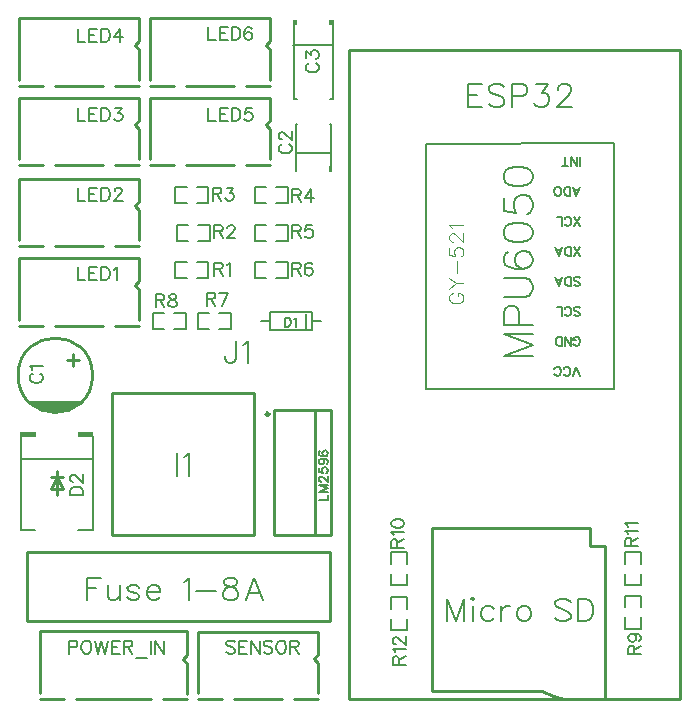
<source format=gto>
G04 Layer: TopSilkscreenLayer*
G04 EasyEDA v6.5.5, 2022-06-21 14:44:54*
G04 7803e98a07e24d43aec7228dd6304fe2,95753c6d73fd445989ad8f01ddeeb764,10*
G04 Gerber Generator version 0.2*
G04 Scale: 100 percent, Rotated: No, Reflected: No *
G04 Dimensions in millimeters *
G04 leading zeros omitted , absolute positions ,4 integer and 5 decimal *
%FSLAX45Y45*%
%MOMM*%

%ADD10C,0.2540*%
%ADD36C,0.1524*%
%ADD37C,0.2581*%
%ADD38C,0.1270*%
%ADD39C,0.2032*%
%ADD40C,0.1520*%
%ADD41C,0.1016*%

%LPD*%
D39*
X4635500Y15241778D02*
G01*
X4635500Y15047976D01*
X4635500Y15241778D02*
G01*
X4755641Y15241778D01*
X4635500Y15149576D02*
G01*
X4709413Y15149576D01*
X4635500Y15047976D02*
G01*
X4755641Y15047976D01*
X4945888Y15214092D02*
G01*
X4927345Y15232634D01*
X4899659Y15241778D01*
X4862829Y15241778D01*
X4834890Y15232634D01*
X4816602Y15214092D01*
X4816602Y15195550D01*
X4825745Y15177262D01*
X4834890Y15167863D01*
X4853431Y15158720D01*
X4908804Y15140178D01*
X4927345Y15131034D01*
X4936490Y15121889D01*
X4945888Y15103347D01*
X4945888Y15075662D01*
X4927345Y15057120D01*
X4899659Y15047976D01*
X4862829Y15047976D01*
X4834890Y15057120D01*
X4816602Y15075662D01*
X5006847Y15241778D02*
G01*
X5006847Y15047976D01*
X5006847Y15241778D02*
G01*
X5089906Y15241778D01*
X5117591Y15232634D01*
X5126990Y15223489D01*
X5136134Y15204947D01*
X5136134Y15177262D01*
X5126990Y15158720D01*
X5117591Y15149576D01*
X5089906Y15140178D01*
X5006847Y15140178D01*
X5215636Y15241778D02*
G01*
X5317236Y15241778D01*
X5261609Y15167863D01*
X5289550Y15167863D01*
X5307838Y15158720D01*
X5317236Y15149576D01*
X5326379Y15121889D01*
X5326379Y15103347D01*
X5317236Y15075662D01*
X5298693Y15057120D01*
X5271008Y15047976D01*
X5243322Y15047976D01*
X5215636Y15057120D01*
X5206238Y15066263D01*
X5197093Y15084805D01*
X5396484Y15195550D02*
G01*
X5396484Y15204947D01*
X5405881Y15223489D01*
X5415025Y15232634D01*
X5433568Y15241778D01*
X5470397Y15241778D01*
X5488940Y15232634D01*
X5498084Y15223489D01*
X5507481Y15204947D01*
X5507481Y15186405D01*
X5498084Y15167863D01*
X5479795Y15140178D01*
X5387340Y15047976D01*
X5516625Y15047976D01*
X4457700Y10885678D02*
G01*
X4457700Y10691876D01*
X4457700Y10885678D02*
G01*
X4531613Y10691876D01*
X4605527Y10885678D02*
G01*
X4531613Y10691876D01*
X4605527Y10885678D02*
G01*
X4605527Y10691876D01*
X4666488Y10885678D02*
G01*
X4675631Y10876534D01*
X4685029Y10885678D01*
X4675631Y10895076D01*
X4666488Y10885678D01*
X4675631Y10821162D02*
G01*
X4675631Y10691876D01*
X4856734Y10793476D02*
G01*
X4838191Y10811763D01*
X4819650Y10821162D01*
X4791963Y10821162D01*
X4773675Y10811763D01*
X4755134Y10793476D01*
X4745990Y10765789D01*
X4745990Y10747247D01*
X4755134Y10719562D01*
X4773675Y10701020D01*
X4791963Y10691876D01*
X4819650Y10691876D01*
X4838191Y10701020D01*
X4856734Y10719562D01*
X4917693Y10821162D02*
G01*
X4917693Y10691876D01*
X4917693Y10765789D02*
G01*
X4926838Y10793476D01*
X4945379Y10811763D01*
X4963922Y10821162D01*
X4991608Y10821162D01*
X5098795Y10821162D02*
G01*
X5080254Y10811763D01*
X5061711Y10793476D01*
X5052568Y10765789D01*
X5052568Y10747247D01*
X5061711Y10719562D01*
X5080254Y10701020D01*
X5098795Y10691876D01*
X5126481Y10691876D01*
X5144770Y10701020D01*
X5163311Y10719562D01*
X5172709Y10747247D01*
X5172709Y10765789D01*
X5163311Y10793476D01*
X5144770Y10811763D01*
X5126481Y10821162D01*
X5098795Y10821162D01*
X5505195Y10857992D02*
G01*
X5486654Y10876534D01*
X5458968Y10885678D01*
X5421884Y10885678D01*
X5394197Y10876534D01*
X5375909Y10857992D01*
X5375909Y10839450D01*
X5385054Y10821162D01*
X5394197Y10811763D01*
X5412740Y10802620D01*
X5468111Y10784078D01*
X5486654Y10774934D01*
X5495797Y10765789D01*
X5505195Y10747247D01*
X5505195Y10719562D01*
X5486654Y10701020D01*
X5458968Y10691876D01*
X5421884Y10691876D01*
X5394197Y10701020D01*
X5375909Y10719562D01*
X5566156Y10885678D02*
G01*
X5566156Y10691876D01*
X5566156Y10885678D02*
G01*
X5630672Y10885678D01*
X5658358Y10876534D01*
X5676900Y10857992D01*
X5686043Y10839450D01*
X5695441Y10811763D01*
X5695441Y10765789D01*
X5686043Y10737850D01*
X5676900Y10719562D01*
X5658358Y10701020D01*
X5630672Y10691876D01*
X5566156Y10691876D01*
X1409700Y11063478D02*
G01*
X1409700Y10869676D01*
X1409700Y11063478D02*
G01*
X1529842Y11063478D01*
X1409700Y10971276D02*
G01*
X1483613Y10971276D01*
X1590802Y10998962D02*
G01*
X1590802Y10906505D01*
X1599945Y10878820D01*
X1618487Y10869676D01*
X1646173Y10869676D01*
X1664715Y10878820D01*
X1692402Y10906505D01*
X1692402Y10998962D02*
G01*
X1692402Y10869676D01*
X1854962Y10971276D02*
G01*
X1845563Y10989563D01*
X1817878Y10998962D01*
X1790192Y10998962D01*
X1762505Y10989563D01*
X1753362Y10971276D01*
X1762505Y10952734D01*
X1781047Y10943589D01*
X1827276Y10934192D01*
X1845563Y10925047D01*
X1854962Y10906505D01*
X1854962Y10897362D01*
X1845563Y10878820D01*
X1817878Y10869676D01*
X1790192Y10869676D01*
X1762505Y10878820D01*
X1753362Y10897362D01*
X1915921Y10943589D02*
G01*
X2026665Y10943589D01*
X2026665Y10961878D01*
X2017522Y10980420D01*
X2008124Y10989563D01*
X1989836Y10998962D01*
X1962150Y10998962D01*
X1943608Y10989563D01*
X1925065Y10971276D01*
X1915921Y10943589D01*
X1915921Y10925047D01*
X1925065Y10897362D01*
X1943608Y10878820D01*
X1962150Y10869676D01*
X1989836Y10869676D01*
X2008124Y10878820D01*
X2026665Y10897362D01*
X2229865Y11026647D02*
G01*
X2248408Y11035792D01*
X2276093Y11063478D01*
X2276093Y10869676D01*
X2337054Y10952734D02*
G01*
X2503170Y10952734D01*
X2610358Y11063478D02*
G01*
X2582672Y11054334D01*
X2573527Y11035792D01*
X2573527Y11017250D01*
X2582672Y10998962D01*
X2601213Y10989563D01*
X2638043Y10980420D01*
X2665729Y10971276D01*
X2684272Y10952734D01*
X2693670Y10934192D01*
X2693670Y10906505D01*
X2684272Y10887963D01*
X2675127Y10878820D01*
X2647441Y10869676D01*
X2610358Y10869676D01*
X2582672Y10878820D01*
X2573527Y10887963D01*
X2564129Y10906505D01*
X2564129Y10934192D01*
X2573527Y10952734D01*
X2592070Y10971276D01*
X2619756Y10980420D01*
X2656586Y10989563D01*
X2675127Y10998962D01*
X2684272Y11017250D01*
X2684272Y11035792D01*
X2675127Y11054334D01*
X2647441Y11063478D01*
X2610358Y11063478D01*
X2828290Y11063478D02*
G01*
X2754629Y10869676D01*
X2828290Y11063478D02*
G01*
X2902204Y10869676D01*
X2782315Y10934192D02*
G01*
X2874518Y10934192D01*
X2171700Y12117578D02*
G01*
X2171700Y11923776D01*
X2232659Y12080747D02*
G01*
X2251202Y12089892D01*
X2278888Y12117578D01*
X2278888Y11923776D01*
X2670556Y13070078D02*
G01*
X2670556Y12922250D01*
X2661158Y12894563D01*
X2652013Y12885420D01*
X2633472Y12876276D01*
X2614929Y12876276D01*
X2596641Y12885420D01*
X2587243Y12894563D01*
X2578100Y12922250D01*
X2578100Y12940792D01*
X2731515Y13033247D02*
G01*
X2749804Y13042392D01*
X2777490Y13070078D01*
X2777490Y12876276D01*
D36*
X1268984Y11760200D02*
G01*
X1377950Y11760200D01*
X1268984Y11760200D02*
G01*
X1268984Y11796521D01*
X1274063Y11812270D01*
X1284478Y11822429D01*
X1294892Y11827763D01*
X1310639Y11832844D01*
X1336547Y11832844D01*
X1352042Y11827763D01*
X1362455Y11822429D01*
X1372870Y11812270D01*
X1377950Y11796521D01*
X1377950Y11760200D01*
X1294892Y11872468D02*
G01*
X1289812Y11872468D01*
X1279397Y11877547D01*
X1274063Y11882881D01*
X1268984Y11893295D01*
X1268984Y11913870D01*
X1274063Y11924284D01*
X1279397Y11929618D01*
X1289812Y11934697D01*
X1300226Y11934697D01*
X1310639Y11929618D01*
X1326134Y11919204D01*
X1377950Y11867134D01*
X1377950Y11940031D01*
X951992Y12790678D02*
G01*
X941578Y12785344D01*
X931163Y12774929D01*
X926084Y12764770D01*
X926084Y12743942D01*
X931163Y12733528D01*
X941578Y12723113D01*
X951992Y12717779D01*
X967739Y12712700D01*
X993647Y12712700D01*
X1009142Y12717779D01*
X1019555Y12723113D01*
X1029970Y12733528D01*
X1035050Y12743942D01*
X1035050Y12764770D01*
X1029970Y12774929D01*
X1019555Y12785344D01*
X1009142Y12790678D01*
X946912Y12824968D02*
G01*
X941578Y12835381D01*
X926084Y12850876D01*
X1035050Y12850876D01*
X3373627Y11722100D02*
G01*
X3450081Y11722100D01*
X3450081Y11722100D02*
G01*
X3450081Y11765787D01*
X3373627Y11789663D02*
G01*
X3450081Y11789663D01*
X3373627Y11789663D02*
G01*
X3450081Y11818874D01*
X3373627Y11847829D02*
G01*
X3450081Y11818874D01*
X3373627Y11847829D02*
G01*
X3450081Y11847829D01*
X3391915Y11875515D02*
G01*
X3388106Y11875515D01*
X3380993Y11879071D01*
X3377184Y11882881D01*
X3373627Y11889994D01*
X3373627Y11904726D01*
X3377184Y11911837D01*
X3380993Y11915647D01*
X3388106Y11919204D01*
X3395472Y11919204D01*
X3402838Y11915647D01*
X3413759Y11908281D01*
X3450081Y11871960D01*
X3450081Y11922760D01*
X3373627Y11990578D02*
G01*
X3373627Y11954002D01*
X3406393Y11950445D01*
X3402838Y11954002D01*
X3399027Y11964924D01*
X3399027Y11975845D01*
X3402838Y11986768D01*
X3409950Y11994134D01*
X3420872Y11997689D01*
X3428238Y11997689D01*
X3439159Y11994134D01*
X3446525Y11986768D01*
X3450081Y11975845D01*
X3450081Y11964924D01*
X3446525Y11954002D01*
X3442715Y11950445D01*
X3435604Y11946889D01*
X3399027Y12069063D02*
G01*
X3409950Y12065254D01*
X3417315Y12058142D01*
X3420872Y12047220D01*
X3420872Y12043663D01*
X3417315Y12032742D01*
X3409950Y12025376D01*
X3399027Y12021820D01*
X3395472Y12021820D01*
X3384550Y12025376D01*
X3377184Y12032742D01*
X3373627Y12043663D01*
X3373627Y12047220D01*
X3377184Y12058142D01*
X3384550Y12065254D01*
X3399027Y12069063D01*
X3417315Y12069063D01*
X3435604Y12065254D01*
X3446525Y12058142D01*
X3450081Y12047220D01*
X3450081Y12039854D01*
X3446525Y12028931D01*
X3439159Y12025376D01*
X3384550Y12136628D02*
G01*
X3377184Y12133071D01*
X3373627Y12122150D01*
X3373627Y12114784D01*
X3377184Y12103862D01*
X3388106Y12096750D01*
X3406393Y12092939D01*
X3424681Y12092939D01*
X3439159Y12096750D01*
X3446525Y12103862D01*
X3450081Y12114784D01*
X3450081Y12118339D01*
X3446525Y12129262D01*
X3439159Y12136628D01*
X3428238Y12140184D01*
X3424681Y12140184D01*
X3413759Y12136628D01*
X3406393Y12129262D01*
X3402838Y12118339D01*
X3402838Y12114784D01*
X3406393Y12103862D01*
X3413759Y12096750D01*
X3424681Y12092939D01*
X3060191Y14733778D02*
G01*
X3049777Y14728444D01*
X3039363Y14718029D01*
X3034284Y14707870D01*
X3034284Y14687042D01*
X3039363Y14676628D01*
X3049777Y14666213D01*
X3060191Y14660879D01*
X3075940Y14655800D01*
X3101847Y14655800D01*
X3117341Y14660879D01*
X3127756Y14666213D01*
X3138170Y14676628D01*
X3143250Y14687042D01*
X3143250Y14707870D01*
X3138170Y14718029D01*
X3127756Y14728444D01*
X3117341Y14733778D01*
X3060191Y14773147D02*
G01*
X3055111Y14773147D01*
X3044697Y14778481D01*
X3039363Y14783562D01*
X3034284Y14793976D01*
X3034284Y14814804D01*
X3039363Y14825218D01*
X3044697Y14830297D01*
X3055111Y14835631D01*
X3065525Y14835631D01*
X3075940Y14830297D01*
X3091434Y14819884D01*
X3143250Y14768068D01*
X3143250Y14840712D01*
D39*
X4941463Y12941244D02*
G01*
X5183779Y12941244D01*
X4941463Y12941244D02*
G01*
X5183779Y13033700D01*
X4941463Y13126156D02*
G01*
X5183779Y13033700D01*
X4941463Y13126156D02*
G01*
X5183779Y13126156D01*
X4941463Y13202356D02*
G01*
X5183779Y13202356D01*
X4941463Y13202356D02*
G01*
X4941463Y13306242D01*
X4952893Y13340786D01*
X4964577Y13352216D01*
X4987691Y13363900D01*
X5022235Y13363900D01*
X5045349Y13352216D01*
X5056779Y13340786D01*
X5068463Y13306242D01*
X5068463Y13202356D01*
X4941463Y13440100D02*
G01*
X5114691Y13440100D01*
X5149235Y13451530D01*
X5172349Y13474644D01*
X5183779Y13509442D01*
X5183779Y13532556D01*
X5172349Y13567100D01*
X5149235Y13590214D01*
X5114691Y13601644D01*
X4941463Y13601644D01*
X4976007Y13816528D02*
G01*
X4952893Y13804844D01*
X4941463Y13770300D01*
X4941463Y13747186D01*
X4952893Y13712642D01*
X4987691Y13689528D01*
X5045349Y13677844D01*
X5103007Y13677844D01*
X5149235Y13689528D01*
X5172349Y13712642D01*
X5183779Y13747186D01*
X5183779Y13758616D01*
X5172349Y13793414D01*
X5149235Y13816528D01*
X5114691Y13827958D01*
X5103007Y13827958D01*
X5068463Y13816528D01*
X5045349Y13793414D01*
X5033919Y13758616D01*
X5033919Y13747186D01*
X5045349Y13712642D01*
X5068463Y13689528D01*
X5103007Y13677844D01*
X4941463Y13973500D02*
G01*
X4952893Y13938956D01*
X4987691Y13915842D01*
X5045349Y13904158D01*
X5079893Y13904158D01*
X5137805Y13915842D01*
X5172349Y13938956D01*
X5183779Y13973500D01*
X5183779Y13996614D01*
X5172349Y14031158D01*
X5137805Y14054272D01*
X5079893Y14065956D01*
X5045349Y14065956D01*
X4987691Y14054272D01*
X4952893Y14031158D01*
X4941463Y13996614D01*
X4941463Y13973500D01*
X4941463Y14280586D02*
G01*
X4941463Y14165016D01*
X5045349Y14153586D01*
X5033919Y14165016D01*
X5022235Y14199814D01*
X5022235Y14234358D01*
X5033919Y14269156D01*
X5056779Y14292016D01*
X5091577Y14303700D01*
X5114691Y14303700D01*
X5149235Y14292016D01*
X5172349Y14269156D01*
X5183779Y14234358D01*
X5183779Y14199814D01*
X5172349Y14165016D01*
X5160919Y14153586D01*
X5137805Y14142156D01*
X4941463Y14449242D02*
G01*
X4952893Y14414444D01*
X4987691Y14391330D01*
X5045349Y14379900D01*
X5079893Y14379900D01*
X5137805Y14391330D01*
X5172349Y14414444D01*
X5183779Y14449242D01*
X5183779Y14472356D01*
X5172349Y14506900D01*
X5137805Y14530014D01*
X5079893Y14541444D01*
X5045349Y14541444D01*
X4987691Y14530014D01*
X4952893Y14506900D01*
X4941463Y14472356D01*
X4941463Y14449242D01*
D40*
X5584108Y14549775D02*
G01*
X5584108Y14625975D01*
X5559978Y14549775D02*
G01*
X5559978Y14625975D01*
X5559978Y14549775D02*
G01*
X5509178Y14625975D01*
X5509178Y14549775D02*
G01*
X5509178Y14625975D01*
X5459648Y14549775D02*
G01*
X5459648Y14625975D01*
X5485302Y14549775D02*
G01*
X5434248Y14549775D01*
X5554898Y14295716D02*
G01*
X5584108Y14372170D01*
X5554898Y14295716D02*
G01*
X5525942Y14372170D01*
X5573186Y14346770D02*
G01*
X5536610Y14346770D01*
X5501812Y14295716D02*
G01*
X5501812Y14372170D01*
X5501812Y14295716D02*
G01*
X5476412Y14295716D01*
X5465490Y14299526D01*
X5458124Y14306638D01*
X5454568Y14314004D01*
X5451012Y14324926D01*
X5451012Y14343214D01*
X5454568Y14354136D01*
X5458124Y14361248D01*
X5465490Y14368614D01*
X5476412Y14372170D01*
X5501812Y14372170D01*
X5405038Y14295716D02*
G01*
X5412404Y14299526D01*
X5419516Y14306638D01*
X5423326Y14314004D01*
X5426882Y14324926D01*
X5426882Y14343214D01*
X5423326Y14354136D01*
X5419516Y14361248D01*
X5412404Y14368614D01*
X5405038Y14372170D01*
X5390560Y14372170D01*
X5383194Y14368614D01*
X5376082Y14361248D01*
X5372272Y14354136D01*
X5368716Y14343214D01*
X5368716Y14324926D01*
X5372272Y14314004D01*
X5376082Y14306638D01*
X5383194Y14299526D01*
X5390560Y14295716D01*
X5405038Y14295716D01*
X5584108Y14041716D02*
G01*
X5533054Y14118170D01*
X5533054Y14041716D02*
G01*
X5584108Y14118170D01*
X5454568Y14060004D02*
G01*
X5458124Y14052638D01*
X5465490Y14045526D01*
X5472602Y14041716D01*
X5487334Y14041716D01*
X5494446Y14045526D01*
X5501812Y14052638D01*
X5505368Y14060004D01*
X5509178Y14070926D01*
X5509178Y14088960D01*
X5505368Y14099882D01*
X5501812Y14107248D01*
X5494446Y14114614D01*
X5487334Y14118170D01*
X5472602Y14118170D01*
X5465490Y14114614D01*
X5458124Y14107248D01*
X5454568Y14099882D01*
X5430438Y14041716D02*
G01*
X5430438Y14118170D01*
X5430438Y14118170D02*
G01*
X5387004Y14118170D01*
X5584108Y13787714D02*
G01*
X5533054Y13864168D01*
X5533054Y13787714D02*
G01*
X5584108Y13864168D01*
X5509178Y13787714D02*
G01*
X5509178Y13864168D01*
X5509178Y13787714D02*
G01*
X5483524Y13787714D01*
X5472602Y13791524D01*
X5465490Y13798636D01*
X5461934Y13806002D01*
X5458124Y13816924D01*
X5458124Y13834958D01*
X5461934Y13845880D01*
X5465490Y13853246D01*
X5472602Y13860612D01*
X5483524Y13864168D01*
X5509178Y13864168D01*
X5405038Y13787714D02*
G01*
X5434248Y13864168D01*
X5405038Y13787714D02*
G01*
X5376082Y13864168D01*
X5423326Y13838768D02*
G01*
X5387004Y13838768D01*
X5533054Y13544633D02*
G01*
X5540420Y13537521D01*
X5551342Y13533711D01*
X5565820Y13533711D01*
X5576742Y13537521D01*
X5584108Y13544633D01*
X5584108Y13551999D01*
X5580298Y13559365D01*
X5576742Y13562921D01*
X5569376Y13566477D01*
X5547532Y13573843D01*
X5540420Y13577399D01*
X5536610Y13581209D01*
X5533054Y13588321D01*
X5533054Y13599243D01*
X5540420Y13606609D01*
X5551342Y13610165D01*
X5565820Y13610165D01*
X5576742Y13606609D01*
X5584108Y13599243D01*
X5509178Y13533711D02*
G01*
X5509178Y13610165D01*
X5509178Y13533711D02*
G01*
X5483524Y13533711D01*
X5472602Y13537521D01*
X5465490Y13544633D01*
X5461934Y13551999D01*
X5458124Y13562921D01*
X5458124Y13581209D01*
X5461934Y13592131D01*
X5465490Y13599243D01*
X5472602Y13606609D01*
X5483524Y13610165D01*
X5509178Y13610165D01*
X5405038Y13533711D02*
G01*
X5434248Y13610165D01*
X5405038Y13533711D02*
G01*
X5376082Y13610165D01*
X5423326Y13584765D02*
G01*
X5387004Y13584765D01*
X5533054Y13290631D02*
G01*
X5540420Y13283519D01*
X5551342Y13279709D01*
X5565820Y13279709D01*
X5576742Y13283519D01*
X5584108Y13290631D01*
X5584108Y13297997D01*
X5580298Y13305363D01*
X5576742Y13308919D01*
X5569376Y13312475D01*
X5547532Y13319841D01*
X5540420Y13323397D01*
X5536610Y13326953D01*
X5533054Y13334319D01*
X5533054Y13345241D01*
X5540420Y13352607D01*
X5551342Y13356163D01*
X5565820Y13356163D01*
X5576742Y13352607D01*
X5584108Y13345241D01*
X5454568Y13297997D02*
G01*
X5458124Y13290631D01*
X5465490Y13283519D01*
X5472602Y13279709D01*
X5487334Y13279709D01*
X5494446Y13283519D01*
X5501812Y13290631D01*
X5505368Y13297997D01*
X5509178Y13308919D01*
X5509178Y13326953D01*
X5505368Y13337875D01*
X5501812Y13345241D01*
X5494446Y13352607D01*
X5487334Y13356163D01*
X5472602Y13356163D01*
X5465490Y13352607D01*
X5458124Y13345241D01*
X5454568Y13337875D01*
X5430438Y13279709D02*
G01*
X5430438Y13356163D01*
X5430438Y13356163D02*
G01*
X5387004Y13356163D01*
X5529498Y13043994D02*
G01*
X5533054Y13036628D01*
X5540420Y13029516D01*
X5547532Y13025706D01*
X5562264Y13025706D01*
X5569376Y13029516D01*
X5576742Y13036628D01*
X5580298Y13043994D01*
X5584108Y13054916D01*
X5584108Y13072950D01*
X5580298Y13083872D01*
X5576742Y13091238D01*
X5569376Y13098604D01*
X5562264Y13102160D01*
X5547532Y13102160D01*
X5540420Y13098604D01*
X5533054Y13091238D01*
X5529498Y13083872D01*
X5529498Y13072950D01*
X5547532Y13072950D02*
G01*
X5529498Y13072950D01*
X5505368Y13025706D02*
G01*
X5505368Y13102160D01*
X5505368Y13025706D02*
G01*
X5454568Y13102160D01*
X5454568Y13025706D02*
G01*
X5454568Y13102160D01*
X5430438Y13025706D02*
G01*
X5430438Y13102160D01*
X5430438Y13025706D02*
G01*
X5405038Y13025706D01*
X5394116Y13029516D01*
X5387004Y13036628D01*
X5383194Y13043994D01*
X5379638Y13054916D01*
X5379638Y13072950D01*
X5383194Y13083872D01*
X5387004Y13091238D01*
X5394116Y13098604D01*
X5405038Y13102160D01*
X5430438Y13102160D01*
X5584108Y12771706D02*
G01*
X5554898Y12848160D01*
X5525942Y12771706D02*
G01*
X5554898Y12848160D01*
X5447456Y12789994D02*
G01*
X5451012Y12782628D01*
X5458378Y12775262D01*
X5465490Y12771706D01*
X5480222Y12771706D01*
X5487334Y12775262D01*
X5494700Y12782628D01*
X5498256Y12789994D01*
X5501812Y12800916D01*
X5501812Y12818950D01*
X5498256Y12829872D01*
X5494700Y12837238D01*
X5487334Y12844350D01*
X5480222Y12848160D01*
X5465490Y12848160D01*
X5458378Y12844350D01*
X5451012Y12837238D01*
X5447456Y12829872D01*
X5368716Y12789994D02*
G01*
X5372526Y12782628D01*
X5379638Y12775262D01*
X5387004Y12771706D01*
X5401482Y12771706D01*
X5408848Y12775262D01*
X5416214Y12782628D01*
X5419770Y12789994D01*
X5423326Y12800916D01*
X5423326Y12818950D01*
X5419770Y12829872D01*
X5416214Y12837238D01*
X5408848Y12844350D01*
X5401482Y12848160D01*
X5387004Y12848160D01*
X5379638Y12844350D01*
X5372526Y12837238D01*
X5368716Y12829872D01*
D41*
X4506089Y13472358D02*
G01*
X4494659Y13466516D01*
X4482975Y13455086D01*
X4477387Y13443656D01*
X4477387Y13420542D01*
X4482975Y13408858D01*
X4494659Y13397428D01*
X4506089Y13391586D01*
X4523361Y13385744D01*
X4552317Y13385744D01*
X4569589Y13391586D01*
X4581273Y13397428D01*
X4592703Y13408858D01*
X4598545Y13420542D01*
X4598545Y13443656D01*
X4592703Y13455086D01*
X4581273Y13466516D01*
X4569589Y13472358D01*
X4552317Y13472358D01*
X4552317Y13443656D02*
G01*
X4552317Y13472358D01*
X4477387Y13510458D02*
G01*
X4535045Y13556686D01*
X4598545Y13556686D01*
X4477387Y13602914D02*
G01*
X4535045Y13556686D01*
X4546475Y13641014D02*
G01*
X4546475Y13744900D01*
X4477387Y13852342D02*
G01*
X4477387Y13794430D01*
X4529203Y13788842D01*
X4523361Y13794430D01*
X4517773Y13811956D01*
X4517773Y13829228D01*
X4523361Y13846500D01*
X4535045Y13857930D01*
X4552317Y13863772D01*
X4564001Y13863772D01*
X4581273Y13857930D01*
X4592703Y13846500D01*
X4598545Y13829228D01*
X4598545Y13811956D01*
X4592703Y13794430D01*
X4586861Y13788842D01*
X4575431Y13783000D01*
X4506089Y13907714D02*
G01*
X4500501Y13907714D01*
X4488817Y13913556D01*
X4482975Y13919144D01*
X4477387Y13930828D01*
X4477387Y13953942D01*
X4482975Y13965372D01*
X4488817Y13971214D01*
X4500501Y13977056D01*
X4511931Y13977056D01*
X4523361Y13971214D01*
X4540887Y13959530D01*
X4598545Y13901872D01*
X4598545Y13982644D01*
X4500501Y14020744D02*
G01*
X4494659Y14032428D01*
X4477387Y14049700D01*
X4598545Y14049700D01*
D36*
X3288791Y15419578D02*
G01*
X3278377Y15414244D01*
X3267963Y15403829D01*
X3262884Y15393670D01*
X3262884Y15372842D01*
X3267963Y15362428D01*
X3278377Y15352013D01*
X3288791Y15346679D01*
X3304540Y15341600D01*
X3330447Y15341600D01*
X3345941Y15346679D01*
X3356356Y15352013D01*
X3366770Y15362428D01*
X3371850Y15372842D01*
X3371850Y15393670D01*
X3366770Y15403829D01*
X3356356Y15414244D01*
X3345941Y15419578D01*
X3262884Y15464281D02*
G01*
X3262884Y15521431D01*
X3304540Y15490189D01*
X3304540Y15505684D01*
X3309620Y15516097D01*
X3314700Y15521431D01*
X3330447Y15526512D01*
X3340861Y15526512D01*
X3356356Y15521431D01*
X3366770Y15511018D01*
X3371850Y15495270D01*
X3371850Y15479776D01*
X3366770Y15464281D01*
X3361690Y15458947D01*
X3351275Y15453868D01*
X2663443Y10513821D02*
G01*
X2653029Y10524236D01*
X2637536Y10529315D01*
X2616708Y10529315D01*
X2601213Y10524236D01*
X2590800Y10513821D01*
X2590800Y10503408D01*
X2595879Y10492994D01*
X2601213Y10487660D01*
X2611627Y10482579D01*
X2642870Y10472165D01*
X2653029Y10467086D01*
X2658363Y10461752D01*
X2663443Y10451337D01*
X2663443Y10435844D01*
X2653029Y10425429D01*
X2637536Y10420350D01*
X2616708Y10420350D01*
X2601213Y10425429D01*
X2590800Y10435844D01*
X2697734Y10529315D02*
G01*
X2697734Y10420350D01*
X2697734Y10529315D02*
G01*
X2765297Y10529315D01*
X2697734Y10477500D02*
G01*
X2739390Y10477500D01*
X2697734Y10420350D02*
G01*
X2765297Y10420350D01*
X2799588Y10529315D02*
G01*
X2799588Y10420350D01*
X2799588Y10529315D02*
G01*
X2872486Y10420350D01*
X2872486Y10529315D02*
G01*
X2872486Y10420350D01*
X2979420Y10513821D02*
G01*
X2969006Y10524236D01*
X2953511Y10529315D01*
X2932684Y10529315D01*
X2917190Y10524236D01*
X2906775Y10513821D01*
X2906775Y10503408D01*
X2911856Y10492994D01*
X2917190Y10487660D01*
X2927350Y10482579D01*
X2958591Y10472165D01*
X2969006Y10467086D01*
X2974340Y10461752D01*
X2979420Y10451337D01*
X2979420Y10435844D01*
X2969006Y10425429D01*
X2953511Y10420350D01*
X2932684Y10420350D01*
X2917190Y10425429D01*
X2906775Y10435844D01*
X3044952Y10529315D02*
G01*
X3034538Y10524236D01*
X3024124Y10513821D01*
X3018790Y10503408D01*
X3013709Y10487660D01*
X3013709Y10461752D01*
X3018790Y10446258D01*
X3024124Y10435844D01*
X3034538Y10425429D01*
X3044952Y10420350D01*
X3065779Y10420350D01*
X3075940Y10425429D01*
X3086354Y10435844D01*
X3091688Y10446258D01*
X3096768Y10461752D01*
X3096768Y10487660D01*
X3091688Y10503408D01*
X3086354Y10513821D01*
X3075940Y10524236D01*
X3065779Y10529315D01*
X3044952Y10529315D01*
X3131058Y10529315D02*
G01*
X3131058Y10420350D01*
X3131058Y10529315D02*
G01*
X3177793Y10529315D01*
X3193541Y10524236D01*
X3198622Y10518902D01*
X3203956Y10508487D01*
X3203956Y10498074D01*
X3198622Y10487660D01*
X3193541Y10482579D01*
X3177793Y10477500D01*
X3131058Y10477500D01*
X3167379Y10477500D02*
G01*
X3203956Y10420350D01*
X1257300Y10529315D02*
G01*
X1257300Y10420350D01*
X1257300Y10529315D02*
G01*
X1304036Y10529315D01*
X1319529Y10524236D01*
X1324863Y10518902D01*
X1329944Y10508487D01*
X1329944Y10492994D01*
X1324863Y10482579D01*
X1319529Y10477500D01*
X1304036Y10472165D01*
X1257300Y10472165D01*
X1395476Y10529315D02*
G01*
X1385062Y10524236D01*
X1374647Y10513821D01*
X1369568Y10503408D01*
X1364234Y10487660D01*
X1364234Y10461752D01*
X1369568Y10446258D01*
X1374647Y10435844D01*
X1385062Y10425429D01*
X1395476Y10420350D01*
X1416304Y10420350D01*
X1426718Y10425429D01*
X1437131Y10435844D01*
X1442212Y10446258D01*
X1447545Y10461752D01*
X1447545Y10487660D01*
X1442212Y10503408D01*
X1437131Y10513821D01*
X1426718Y10524236D01*
X1416304Y10529315D01*
X1395476Y10529315D01*
X1481836Y10529315D02*
G01*
X1507744Y10420350D01*
X1533652Y10529315D02*
G01*
X1507744Y10420350D01*
X1533652Y10529315D02*
G01*
X1559560Y10420350D01*
X1585721Y10529315D02*
G01*
X1559560Y10420350D01*
X1620012Y10529315D02*
G01*
X1620012Y10420350D01*
X1620012Y10529315D02*
G01*
X1687576Y10529315D01*
X1620012Y10477500D02*
G01*
X1661413Y10477500D01*
X1620012Y10420350D02*
G01*
X1687576Y10420350D01*
X1721865Y10529315D02*
G01*
X1721865Y10420350D01*
X1721865Y10529315D02*
G01*
X1768602Y10529315D01*
X1784095Y10524236D01*
X1789429Y10518902D01*
X1794510Y10508487D01*
X1794510Y10498074D01*
X1789429Y10487660D01*
X1784095Y10482579D01*
X1768602Y10477500D01*
X1721865Y10477500D01*
X1758187Y10477500D02*
G01*
X1794510Y10420350D01*
X1828800Y10383774D02*
G01*
X1922271Y10383774D01*
X1956561Y10529315D02*
G01*
X1956561Y10420350D01*
X1990852Y10529315D02*
G01*
X1990852Y10420350D01*
X1990852Y10529315D02*
G01*
X2063750Y10420350D01*
X2063750Y10529315D02*
G01*
X2063750Y10420350D01*
X3086100Y13263371D02*
G01*
X3086100Y13186918D01*
X3086100Y13263371D02*
G01*
X3111500Y13263371D01*
X3122422Y13259816D01*
X3129788Y13252450D01*
X3133343Y13245084D01*
X3136900Y13234162D01*
X3136900Y13216128D01*
X3133343Y13205205D01*
X3129788Y13197839D01*
X3122422Y13190474D01*
X3111500Y13186918D01*
X3086100Y13186918D01*
X3161029Y13248894D02*
G01*
X3168395Y13252450D01*
X3179063Y13263371D01*
X3179063Y13186918D01*
X1333500Y13691616D02*
G01*
X1333500Y13582650D01*
X1333500Y13582650D02*
G01*
X1395729Y13582650D01*
X1430020Y13691616D02*
G01*
X1430020Y13582650D01*
X1430020Y13691616D02*
G01*
X1497584Y13691616D01*
X1430020Y13639800D02*
G01*
X1471676Y13639800D01*
X1430020Y13582650D02*
G01*
X1497584Y13582650D01*
X1531873Y13691616D02*
G01*
X1531873Y13582650D01*
X1531873Y13691616D02*
G01*
X1568450Y13691616D01*
X1583944Y13686536D01*
X1594357Y13676121D01*
X1599437Y13665707D01*
X1604771Y13649960D01*
X1604771Y13624052D01*
X1599437Y13608557D01*
X1594357Y13598144D01*
X1583944Y13587729D01*
X1568450Y13582650D01*
X1531873Y13582650D01*
X1639062Y13670787D02*
G01*
X1649476Y13676121D01*
X1664970Y13691616D01*
X1664970Y13582650D01*
X1333500Y14364716D02*
G01*
X1333500Y14255750D01*
X1333500Y14255750D02*
G01*
X1395729Y14255750D01*
X1430020Y14364716D02*
G01*
X1430020Y14255750D01*
X1430020Y14364716D02*
G01*
X1497584Y14364716D01*
X1430020Y14312900D02*
G01*
X1471676Y14312900D01*
X1430020Y14255750D02*
G01*
X1497584Y14255750D01*
X1531873Y14364716D02*
G01*
X1531873Y14255750D01*
X1531873Y14364716D02*
G01*
X1568450Y14364716D01*
X1583944Y14359636D01*
X1594357Y14349221D01*
X1599437Y14338807D01*
X1604771Y14323060D01*
X1604771Y14297152D01*
X1599437Y14281657D01*
X1594357Y14271244D01*
X1583944Y14260829D01*
X1568450Y14255750D01*
X1531873Y14255750D01*
X1644142Y14338807D02*
G01*
X1644142Y14343887D01*
X1649476Y14354302D01*
X1654555Y14359636D01*
X1664970Y14364716D01*
X1685797Y14364716D01*
X1696212Y14359636D01*
X1701292Y14354302D01*
X1706626Y14343887D01*
X1706626Y14333474D01*
X1701292Y14323060D01*
X1690878Y14307566D01*
X1639062Y14255750D01*
X1711705Y14255750D01*
X1333500Y15037816D02*
G01*
X1333500Y14928850D01*
X1333500Y14928850D02*
G01*
X1395729Y14928850D01*
X1430020Y15037816D02*
G01*
X1430020Y14928850D01*
X1430020Y15037816D02*
G01*
X1497584Y15037816D01*
X1430020Y14986000D02*
G01*
X1471676Y14986000D01*
X1430020Y14928850D02*
G01*
X1497584Y14928850D01*
X1531873Y15037816D02*
G01*
X1531873Y14928850D01*
X1531873Y15037816D02*
G01*
X1568450Y15037816D01*
X1583944Y15032736D01*
X1594357Y15022321D01*
X1599437Y15011907D01*
X1604771Y14996160D01*
X1604771Y14970252D01*
X1599437Y14954757D01*
X1594357Y14944344D01*
X1583944Y14933929D01*
X1568450Y14928850D01*
X1531873Y14928850D01*
X1649476Y15037816D02*
G01*
X1706626Y15037816D01*
X1675384Y14996160D01*
X1690878Y14996160D01*
X1701292Y14991079D01*
X1706626Y14986000D01*
X1711705Y14970252D01*
X1711705Y14959837D01*
X1706626Y14944344D01*
X1696212Y14933929D01*
X1680463Y14928850D01*
X1664970Y14928850D01*
X1649476Y14933929D01*
X1644142Y14939010D01*
X1639062Y14949424D01*
X1333500Y15710916D02*
G01*
X1333500Y15601950D01*
X1333500Y15601950D02*
G01*
X1395729Y15601950D01*
X1430020Y15710916D02*
G01*
X1430020Y15601950D01*
X1430020Y15710916D02*
G01*
X1497584Y15710916D01*
X1430020Y15659100D02*
G01*
X1471676Y15659100D01*
X1430020Y15601950D02*
G01*
X1497584Y15601950D01*
X1531873Y15710916D02*
G01*
X1531873Y15601950D01*
X1531873Y15710916D02*
G01*
X1568450Y15710916D01*
X1583944Y15705836D01*
X1594357Y15695421D01*
X1599437Y15685007D01*
X1604771Y15669260D01*
X1604771Y15643352D01*
X1599437Y15627857D01*
X1594357Y15617444D01*
X1583944Y15607029D01*
X1568450Y15601950D01*
X1531873Y15601950D01*
X1690878Y15710916D02*
G01*
X1639062Y15638271D01*
X1717039Y15638271D01*
X1690878Y15710916D02*
G01*
X1690878Y15601950D01*
X2438400Y15037816D02*
G01*
X2438400Y14928850D01*
X2438400Y14928850D02*
G01*
X2500629Y14928850D01*
X2534920Y15037816D02*
G01*
X2534920Y14928850D01*
X2534920Y15037816D02*
G01*
X2602484Y15037816D01*
X2534920Y14986000D02*
G01*
X2576575Y14986000D01*
X2534920Y14928850D02*
G01*
X2602484Y14928850D01*
X2636774Y15037816D02*
G01*
X2636774Y14928850D01*
X2636774Y15037816D02*
G01*
X2673350Y15037816D01*
X2688843Y15032736D01*
X2699258Y15022321D01*
X2704338Y15011907D01*
X2709672Y14996160D01*
X2709672Y14970252D01*
X2704338Y14954757D01*
X2699258Y14944344D01*
X2688843Y14933929D01*
X2673350Y14928850D01*
X2636774Y14928850D01*
X2806191Y15037816D02*
G01*
X2754375Y15037816D01*
X2749041Y14991079D01*
X2754375Y14996160D01*
X2769870Y15001494D01*
X2785363Y15001494D01*
X2801111Y14996160D01*
X2811525Y14986000D01*
X2816606Y14970252D01*
X2816606Y14959837D01*
X2811525Y14944344D01*
X2801111Y14933929D01*
X2785363Y14928850D01*
X2769870Y14928850D01*
X2754375Y14933929D01*
X2749041Y14939010D01*
X2743961Y14949424D01*
X2438400Y15723616D02*
G01*
X2438400Y15614650D01*
X2438400Y15614650D02*
G01*
X2500629Y15614650D01*
X2534920Y15723616D02*
G01*
X2534920Y15614650D01*
X2534920Y15723616D02*
G01*
X2602484Y15723616D01*
X2534920Y15671800D02*
G01*
X2576575Y15671800D01*
X2534920Y15614650D02*
G01*
X2602484Y15614650D01*
X2636774Y15723616D02*
G01*
X2636774Y15614650D01*
X2636774Y15723616D02*
G01*
X2673350Y15723616D01*
X2688843Y15718536D01*
X2699258Y15708121D01*
X2704338Y15697707D01*
X2709672Y15681960D01*
X2709672Y15656052D01*
X2704338Y15640557D01*
X2699258Y15630144D01*
X2688843Y15619729D01*
X2673350Y15614650D01*
X2636774Y15614650D01*
X2806191Y15708121D02*
G01*
X2801111Y15718536D01*
X2785363Y15723616D01*
X2774950Y15723616D01*
X2759456Y15718536D01*
X2749041Y15702787D01*
X2743961Y15676879D01*
X2743961Y15650971D01*
X2749041Y15630144D01*
X2759456Y15619729D01*
X2774950Y15614650D01*
X2780284Y15614650D01*
X2795777Y15619729D01*
X2806191Y15630144D01*
X2811525Y15645637D01*
X2811525Y15650971D01*
X2806191Y15666466D01*
X2795777Y15676879D01*
X2780284Y15681960D01*
X2774950Y15681960D01*
X2759456Y15676879D01*
X2749041Y15666466D01*
X2743961Y15650971D01*
X5993384Y10414000D02*
G01*
X6102350Y10414000D01*
X5993384Y10414000D02*
G01*
X5993384Y10460736D01*
X5998463Y10476229D01*
X6003797Y10481563D01*
X6014211Y10486644D01*
X6024625Y10486644D01*
X6035040Y10481563D01*
X6040120Y10476229D01*
X6045200Y10460736D01*
X6045200Y10414000D01*
X6045200Y10450321D02*
G01*
X6102350Y10486644D01*
X6029706Y10588497D02*
G01*
X6045200Y10583418D01*
X6055613Y10573004D01*
X6060947Y10557510D01*
X6060947Y10552176D01*
X6055613Y10536681D01*
X6045200Y10526268D01*
X6029706Y10520934D01*
X6024625Y10520934D01*
X6008877Y10526268D01*
X5998463Y10536681D01*
X5993384Y10552176D01*
X5993384Y10557510D01*
X5998463Y10573004D01*
X6008877Y10583418D01*
X6029706Y10588497D01*
X6055613Y10588497D01*
X6081775Y10583418D01*
X6097270Y10573004D01*
X6102350Y10557510D01*
X6102350Y10547095D01*
X6097270Y10531347D01*
X6086856Y10526268D01*
X3986784Y11315700D02*
G01*
X4095750Y11315700D01*
X3986784Y11315700D02*
G01*
X3986784Y11362436D01*
X3991863Y11377929D01*
X3997197Y11383263D01*
X4007611Y11388344D01*
X4018025Y11388344D01*
X4028440Y11383263D01*
X4033520Y11377929D01*
X4038600Y11362436D01*
X4038600Y11315700D01*
X4038600Y11352021D02*
G01*
X4095750Y11388344D01*
X4007611Y11422634D02*
G01*
X4002277Y11433047D01*
X3986784Y11448795D01*
X4095750Y11448795D01*
X3986784Y11514074D02*
G01*
X3991863Y11498579D01*
X4007611Y11488165D01*
X4033520Y11483086D01*
X4049013Y11483086D01*
X4075175Y11488165D01*
X4090670Y11498579D01*
X4095750Y11514074D01*
X4095750Y11524487D01*
X4090670Y11540236D01*
X4075175Y11550650D01*
X4049013Y11555729D01*
X4033520Y11555729D01*
X4007611Y11550650D01*
X3991863Y11540236D01*
X3986784Y11524487D01*
X3986784Y11514074D01*
X5967984Y11328400D02*
G01*
X6076950Y11328400D01*
X5967984Y11328400D02*
G01*
X5967984Y11375136D01*
X5973063Y11390629D01*
X5978397Y11395963D01*
X5988811Y11401044D01*
X5999225Y11401044D01*
X6009640Y11395963D01*
X6014720Y11390629D01*
X6019800Y11375136D01*
X6019800Y11328400D01*
X6019800Y11364721D02*
G01*
X6076950Y11401044D01*
X5988811Y11435334D02*
G01*
X5983477Y11445747D01*
X5967984Y11461495D01*
X6076950Y11461495D01*
X5988811Y11495786D02*
G01*
X5983477Y11506200D01*
X5967984Y11521694D01*
X6076950Y11521694D01*
X3999484Y10325100D02*
G01*
X4108450Y10325100D01*
X3999484Y10325100D02*
G01*
X3999484Y10371836D01*
X4004563Y10387329D01*
X4009897Y10392663D01*
X4020311Y10397744D01*
X4030725Y10397744D01*
X4041140Y10392663D01*
X4046220Y10387329D01*
X4051300Y10371836D01*
X4051300Y10325100D01*
X4051300Y10361421D02*
G01*
X4108450Y10397744D01*
X4020311Y10432034D02*
G01*
X4014977Y10442447D01*
X3999484Y10458195D01*
X4108450Y10458195D01*
X4025391Y10497565D02*
G01*
X4020311Y10497565D01*
X4009897Y10502900D01*
X4004563Y10507979D01*
X3999484Y10518394D01*
X3999484Y10539221D01*
X4004563Y10549636D01*
X4009897Y10554715D01*
X4020311Y10560050D01*
X4030725Y10560050D01*
X4041140Y10554715D01*
X4056634Y10544302D01*
X4108450Y10492486D01*
X4108450Y10565129D01*
X2488336Y13729716D02*
G01*
X2488336Y13620750D01*
X2488336Y13729716D02*
G01*
X2535072Y13729716D01*
X2550566Y13724636D01*
X2555900Y13719302D01*
X2560980Y13708887D01*
X2560980Y13698474D01*
X2555900Y13688060D01*
X2550566Y13682979D01*
X2535072Y13677900D01*
X2488336Y13677900D01*
X2524658Y13677900D02*
G01*
X2560980Y13620750D01*
X2595270Y13708887D02*
G01*
X2605684Y13714221D01*
X2621432Y13729716D01*
X2621432Y13620750D01*
X2488336Y14047216D02*
G01*
X2488336Y13938250D01*
X2488336Y14047216D02*
G01*
X2535072Y14047216D01*
X2550566Y14042136D01*
X2555900Y14036802D01*
X2560980Y14026387D01*
X2560980Y14015974D01*
X2555900Y14005560D01*
X2550566Y14000479D01*
X2535072Y13995400D01*
X2488336Y13995400D01*
X2524658Y13995400D02*
G01*
X2560980Y13938250D01*
X2600604Y14021307D02*
G01*
X2600604Y14026387D01*
X2605684Y14036802D01*
X2611018Y14042136D01*
X2621432Y14047216D01*
X2642006Y14047216D01*
X2652420Y14042136D01*
X2657754Y14036802D01*
X2662834Y14026387D01*
X2662834Y14015974D01*
X2657754Y14005560D01*
X2647340Y13990066D01*
X2595270Y13938250D01*
X2668168Y13938250D01*
X2475636Y14364716D02*
G01*
X2475636Y14255750D01*
X2475636Y14364716D02*
G01*
X2522372Y14364716D01*
X2537866Y14359636D01*
X2543200Y14354302D01*
X2548280Y14343887D01*
X2548280Y14333474D01*
X2543200Y14323060D01*
X2537866Y14317979D01*
X2522372Y14312900D01*
X2475636Y14312900D01*
X2511958Y14312900D02*
G01*
X2548280Y14255750D01*
X2592984Y14364716D02*
G01*
X2650134Y14364716D01*
X2619146Y14323060D01*
X2634640Y14323060D01*
X2645054Y14317979D01*
X2650134Y14312900D01*
X2655468Y14297152D01*
X2655468Y14286737D01*
X2650134Y14271244D01*
X2639720Y14260829D01*
X2624226Y14255750D01*
X2608732Y14255750D01*
X2592984Y14260829D01*
X2587904Y14265910D01*
X2582570Y14276324D01*
X3149600Y14352016D02*
G01*
X3149600Y14243050D01*
X3149600Y14352016D02*
G01*
X3196336Y14352016D01*
X3211829Y14346936D01*
X3217163Y14341602D01*
X3222243Y14331187D01*
X3222243Y14320774D01*
X3217163Y14310360D01*
X3211829Y14305279D01*
X3196336Y14300200D01*
X3149600Y14300200D01*
X3185922Y14300200D02*
G01*
X3222243Y14243050D01*
X3308604Y14352016D02*
G01*
X3256534Y14279371D01*
X3334511Y14279371D01*
X3308604Y14352016D02*
G01*
X3308604Y14243050D01*
X3148736Y14047216D02*
G01*
X3148736Y13938250D01*
X3148736Y14047216D02*
G01*
X3195472Y14047216D01*
X3210966Y14042136D01*
X3216300Y14036802D01*
X3221380Y14026387D01*
X3221380Y14015974D01*
X3216300Y14005560D01*
X3210966Y14000479D01*
X3195472Y13995400D01*
X3148736Y13995400D01*
X3185058Y13995400D02*
G01*
X3221380Y13938250D01*
X3318154Y14047216D02*
G01*
X3266084Y14047216D01*
X3261004Y14000479D01*
X3266084Y14005560D01*
X3281832Y14010894D01*
X3297326Y14010894D01*
X3312820Y14005560D01*
X3323234Y13995400D01*
X3328568Y13979652D01*
X3328568Y13969237D01*
X3323234Y13953744D01*
X3312820Y13943329D01*
X3297326Y13938250D01*
X3281832Y13938250D01*
X3266084Y13943329D01*
X3261004Y13948410D01*
X3255670Y13958824D01*
X3148736Y13729716D02*
G01*
X3148736Y13620750D01*
X3148736Y13729716D02*
G01*
X3195472Y13729716D01*
X3210966Y13724636D01*
X3216300Y13719302D01*
X3221380Y13708887D01*
X3221380Y13698474D01*
X3216300Y13688060D01*
X3210966Y13682979D01*
X3195472Y13677900D01*
X3148736Y13677900D01*
X3185058Y13677900D02*
G01*
X3221380Y13620750D01*
X3318154Y13714221D02*
G01*
X3312820Y13724636D01*
X3297326Y13729716D01*
X3286912Y13729716D01*
X3271418Y13724636D01*
X3261004Y13708887D01*
X3255670Y13682979D01*
X3255670Y13657071D01*
X3261004Y13636244D01*
X3271418Y13625829D01*
X3286912Y13620750D01*
X3292246Y13620750D01*
X3307740Y13625829D01*
X3318154Y13636244D01*
X3323234Y13651737D01*
X3323234Y13657071D01*
X3318154Y13672566D01*
X3307740Y13682979D01*
X3292246Y13688060D01*
X3286912Y13688060D01*
X3271418Y13682979D01*
X3261004Y13672566D01*
X3255670Y13657071D01*
X2425700Y13475716D02*
G01*
X2425700Y13366750D01*
X2425700Y13475716D02*
G01*
X2472436Y13475716D01*
X2487929Y13470636D01*
X2493263Y13465302D01*
X2498343Y13454887D01*
X2498343Y13444474D01*
X2493263Y13434060D01*
X2487929Y13428979D01*
X2472436Y13423900D01*
X2425700Y13423900D01*
X2462022Y13423900D02*
G01*
X2498343Y13366750D01*
X2605531Y13475716D02*
G01*
X2553461Y13366750D01*
X2532634Y13475716D02*
G01*
X2605531Y13475716D01*
X1993900Y13463016D02*
G01*
X1993900Y13354050D01*
X1993900Y13463016D02*
G01*
X2040636Y13463016D01*
X2056129Y13457936D01*
X2061463Y13452602D01*
X2066543Y13442187D01*
X2066543Y13431774D01*
X2061463Y13421360D01*
X2056129Y13416279D01*
X2040636Y13411200D01*
X1993900Y13411200D01*
X2030222Y13411200D02*
G01*
X2066543Y13354050D01*
X2126995Y13463016D02*
G01*
X2111247Y13457936D01*
X2106168Y13447521D01*
X2106168Y13437107D01*
X2111247Y13426694D01*
X2121661Y13421360D01*
X2142490Y13416279D01*
X2157984Y13411200D01*
X2168397Y13400786D01*
X2173731Y13390371D01*
X2173731Y13374624D01*
X2168397Y13364210D01*
X2163318Y13359129D01*
X2147570Y13354050D01*
X2126995Y13354050D01*
X2111247Y13359129D01*
X2106168Y13364210D01*
X2100834Y13374624D01*
X2100834Y13390371D01*
X2106168Y13400786D01*
X2116581Y13411200D01*
X2132075Y13416279D01*
X2152904Y13421360D01*
X2163318Y13426694D01*
X2168397Y13437107D01*
X2168397Y13447521D01*
X2163318Y13457936D01*
X2147570Y13463016D01*
X2126995Y13463016D01*
G36*
X1332941Y12297511D02*
G01*
X1332941Y12251791D01*
X1465935Y12251791D01*
X1465935Y12297511D01*
G37*
G36*
X845464Y12297511D02*
G01*
X845464Y12251791D01*
X978458Y12251791D01*
X978458Y12297511D01*
G37*
G36*
X914400Y12560300D02*
G01*
X925321Y12548819D01*
X936802Y12537897D01*
X948842Y12527584D01*
X961440Y12517932D01*
X974445Y12508890D01*
X987958Y12500559D01*
X1001826Y12492939D01*
X1016101Y12486030D01*
X1030732Y12479883D01*
X1045616Y12474498D01*
X1060805Y12469876D01*
X1076147Y12466015D01*
X1091742Y12463018D01*
X1107389Y12460782D01*
X1123188Y12459360D01*
X1139037Y12458750D01*
X1154887Y12458954D01*
X1170686Y12459970D01*
X1186434Y12461798D01*
X1202080Y12464440D01*
X1209852Y12466015D01*
X1225194Y12469876D01*
X1240383Y12474498D01*
X1255268Y12479883D01*
X1269898Y12486030D01*
X1284173Y12492939D01*
X1298041Y12500559D01*
X1311554Y12508890D01*
X1324559Y12517932D01*
X1337157Y12527584D01*
X1349197Y12537897D01*
X1360678Y12548819D01*
X1371600Y12560300D01*
G37*
G36*
X3461461Y14544294D02*
G01*
X3461461Y14498574D01*
X3482644Y14498574D01*
X3482644Y14544294D01*
G37*
G36*
X3172155Y14544294D02*
G01*
X3172155Y14498574D01*
X3193338Y14498574D01*
X3193338Y14544294D01*
G37*
G36*
X3461461Y15785998D02*
G01*
X3461461Y15740278D01*
X3502660Y15740278D01*
X3502660Y15785998D01*
G37*
G36*
X3152140Y15785998D02*
G01*
X3152140Y15740278D01*
X3193338Y15740278D01*
X3193338Y15785998D01*
G37*
X1458323Y12068685D02*
G01*
X853076Y12068685D01*
D10*
X1155700Y11912600D02*
G01*
X1104900Y11811000D01*
X1104900Y11811000D02*
G01*
X1206500Y11811000D01*
X1206500Y11811000D02*
G01*
X1155700Y11912600D01*
X1155700Y11912600D02*
G01*
X1104900Y11912600D01*
X1104900Y11912600D02*
G01*
X1206500Y11912600D01*
X1155700Y11760200D02*
G01*
X1155700Y11963400D01*
D36*
X1458323Y12259419D02*
G01*
X1458323Y11464180D01*
X853076Y12259419D02*
G01*
X853076Y11464180D01*
X1458323Y11464180D02*
G01*
X1338021Y11464180D01*
X853076Y11464180D02*
G01*
X973378Y11464180D01*
D10*
X1346200Y12903200D02*
G01*
X1244600Y12903200D01*
X1295400Y12954000D02*
G01*
X1295400Y12852400D01*
D37*
X2995399Y12480698D02*
G01*
X2995399Y11420701D01*
X3338400Y11420701D02*
G01*
X3338400Y12480698D01*
X3478400Y12480698D02*
G01*
X2995399Y12480698D01*
X3478400Y11420701D02*
G01*
X3478400Y12480698D01*
X2995399Y11420701D02*
G01*
X3478400Y11420701D01*
D36*
X3475019Y14655800D02*
G01*
X3179780Y14655800D01*
X3475019Y14901918D02*
G01*
X3475019Y14536681D01*
X3179780Y14901918D02*
G01*
X3179780Y14536681D01*
X3475019Y14901918D02*
G01*
X3466523Y14901918D01*
X3179780Y14901918D02*
G01*
X3188276Y14901918D01*
D38*
X5873950Y14744042D02*
G01*
X5873950Y12662949D01*
X4283958Y12662949D01*
X4283958Y14734926D01*
X5873950Y14744042D01*
D36*
X3157900Y15573105D02*
G01*
X3493134Y15573105D01*
X3159782Y15112639D02*
G01*
X3159782Y15747872D01*
X3495017Y15112639D02*
G01*
X3495017Y15747872D01*
X3159782Y15112639D02*
G01*
X3188276Y15112639D01*
X3495017Y15112639D02*
G01*
X3466523Y15112639D01*
D10*
X3162325Y10033050D02*
G01*
X3365525Y10033050D01*
X2349525Y10604550D02*
G01*
X2349525Y10083850D01*
X2349525Y10033050D02*
G01*
X2552725Y10033050D01*
X2654325Y10033050D02*
G01*
X3060725Y10033050D01*
X2349525Y10604550D02*
G01*
X3365525Y10604550D01*
X3365525Y10604550D02*
G01*
X3365525Y10414050D01*
X3365525Y10414050D02*
G01*
X3332629Y10375950D01*
X3365527Y10337850D01*
X3365525Y10083850D01*
X2256000Y10604500D02*
G01*
X2256000Y10410502D01*
X1315999Y10033000D02*
G01*
X1956003Y10033000D01*
X2057402Y10033000D02*
G01*
X2257402Y10033000D01*
X1016000Y10608000D02*
G01*
X2256002Y10608000D01*
X2255997Y10410502D02*
G01*
X2223101Y10372402D01*
X2256000Y10334302D01*
X2255997Y10080302D01*
X1016000Y10033000D02*
G01*
X1215999Y10033000D01*
X1016000Y10608000D02*
G01*
X1016000Y10083800D01*
D39*
X3390900Y13233400D02*
G01*
X3314700Y13233400D01*
X3314700Y13157200D01*
X2959100Y13157200D01*
X2959100Y13233400D01*
X2959100Y13309600D01*
X3314700Y13309600D01*
X3314700Y13233400D01*
X2959100Y13233400D02*
G01*
X2882900Y13233400D01*
X3263900Y13169900D02*
G01*
X3263900Y13296900D01*
D10*
X1651000Y13195300D02*
G01*
X1854200Y13195300D01*
X838200Y13766800D02*
G01*
X838200Y13246100D01*
X838200Y13195300D02*
G01*
X1041400Y13195300D01*
X1143000Y13195300D02*
G01*
X1549400Y13195300D01*
X838200Y13766800D02*
G01*
X1854200Y13766800D01*
X1854200Y13766800D02*
G01*
X1854200Y13576300D01*
X1854200Y13576300D02*
G01*
X1821304Y13538200D01*
X1854202Y13500100D01*
X1854200Y13246100D01*
X1651000Y13868400D02*
G01*
X1854200Y13868400D01*
X838200Y14439900D02*
G01*
X838200Y13919200D01*
X838200Y13868400D02*
G01*
X1041400Y13868400D01*
X1143000Y13868400D02*
G01*
X1549400Y13868400D01*
X838200Y14439900D02*
G01*
X1854200Y14439900D01*
X1854200Y14439900D02*
G01*
X1854200Y14249400D01*
X1854200Y14249400D02*
G01*
X1821304Y14211300D01*
X1854202Y14173200D01*
X1854200Y13919200D01*
X1651000Y14554200D02*
G01*
X1854200Y14554200D01*
X838200Y15125700D02*
G01*
X838200Y14605000D01*
X838200Y14554200D02*
G01*
X1041400Y14554200D01*
X1143000Y14554200D02*
G01*
X1549400Y14554200D01*
X838200Y15125700D02*
G01*
X1854200Y15125700D01*
X1854200Y15125700D02*
G01*
X1854200Y14935200D01*
X1854200Y14935200D02*
G01*
X1821304Y14897100D01*
X1854202Y14859000D01*
X1854200Y14605000D01*
X1651000Y15227300D02*
G01*
X1854200Y15227300D01*
X838200Y15798800D02*
G01*
X838200Y15278100D01*
X838200Y15227300D02*
G01*
X1041400Y15227300D01*
X1143000Y15227300D02*
G01*
X1549400Y15227300D01*
X838200Y15798800D02*
G01*
X1854200Y15798800D01*
X1854200Y15798800D02*
G01*
X1854200Y15608300D01*
X1854200Y15608300D02*
G01*
X1821304Y15570200D01*
X1854202Y15532100D01*
X1854200Y15278100D01*
X2755900Y14554200D02*
G01*
X2959100Y14554200D01*
X1943100Y15125700D02*
G01*
X1943100Y14605000D01*
X1943100Y14554200D02*
G01*
X2146300Y14554200D01*
X2247900Y14554200D02*
G01*
X2654300Y14554200D01*
X1943100Y15125700D02*
G01*
X2959100Y15125700D01*
X2959100Y15125700D02*
G01*
X2959100Y14935200D01*
X2959100Y14935200D02*
G01*
X2926204Y14897100D01*
X2959102Y14859000D01*
X2959100Y14605000D01*
X2755900Y15227300D02*
G01*
X2959100Y15227300D01*
X1943100Y15798800D02*
G01*
X1943100Y15278100D01*
X1943100Y15227300D02*
G01*
X2146300Y15227300D01*
X2247900Y15227300D02*
G01*
X2654300Y15227300D01*
X1943100Y15798800D02*
G01*
X2959100Y15798800D01*
X2959100Y15798800D02*
G01*
X2959100Y15608300D01*
X2959100Y15608300D02*
G01*
X2926204Y15570200D01*
X2959102Y15532100D01*
X2959100Y15278100D01*
D36*
X5966439Y10726978D02*
G01*
X5966439Y10631091D01*
X6098560Y10631091D01*
X6098560Y10726978D01*
X5966439Y10812221D02*
G01*
X5966439Y10908108D01*
X6098560Y10908108D01*
X6098560Y10812221D01*
X4117360Y11180521D02*
G01*
X4117360Y11276408D01*
X3985239Y11276408D01*
X3985239Y11180521D01*
X4117360Y11095278D02*
G01*
X4117360Y10999391D01*
X3985239Y10999391D01*
X3985239Y11095278D01*
X6098560Y11180521D02*
G01*
X6098560Y11276408D01*
X5966439Y11276408D01*
X5966439Y11180521D01*
X6098560Y11095278D02*
G01*
X6098560Y10999391D01*
X5966439Y10999391D01*
X5966439Y11095278D01*
X3985239Y10714278D02*
G01*
X3985239Y10618391D01*
X4117360Y10618391D01*
X4117360Y10714278D01*
X3985239Y10799521D02*
G01*
X3985239Y10895408D01*
X4117360Y10895408D01*
X4117360Y10799521D01*
D10*
X4330700Y10103002D02*
G01*
X4950688Y10103002D01*
X5100700Y10103002D01*
X5180711Y10103002D01*
X5260695Y10103002D01*
X5360695Y10062997D01*
X5451602Y10033000D01*
X5800699Y10033000D01*
X4330700Y10103002D02*
G01*
X4330572Y11482984D01*
X4330700Y11482984D02*
G01*
X5670702Y11482984D01*
X5800699Y11332997D02*
G01*
X5800699Y10033000D01*
X5670702Y11482984D02*
G01*
X5670702Y11332997D01*
X5800699Y11332997D01*
D36*
X2255215Y13731260D02*
G01*
X2159327Y13731260D01*
X2159327Y13599139D01*
X2255215Y13599139D01*
X2340457Y13731260D02*
G01*
X2436345Y13731260D01*
X2436345Y13599139D01*
X2340457Y13599139D01*
X2267915Y14048760D02*
G01*
X2172027Y14048760D01*
X2172027Y13916639D01*
X2267915Y13916639D01*
X2353157Y14048760D02*
G01*
X2449045Y14048760D01*
X2449045Y13916639D01*
X2353157Y13916639D01*
X2255215Y14366260D02*
G01*
X2159327Y14366260D01*
X2159327Y14234139D01*
X2255215Y14234139D01*
X2340457Y14366260D02*
G01*
X2436345Y14366260D01*
X2436345Y14234139D01*
X2340457Y14234139D01*
X2929178Y14366260D02*
G01*
X2833291Y14366260D01*
X2833291Y14234139D01*
X2929178Y14234139D01*
X3014421Y14366260D02*
G01*
X3110308Y14366260D01*
X3110308Y14234139D01*
X3014421Y14234139D01*
X2928315Y14048760D02*
G01*
X2832427Y14048760D01*
X2832427Y13916639D01*
X2928315Y13916639D01*
X3013557Y14048760D02*
G01*
X3109445Y14048760D01*
X3109445Y13916639D01*
X3013557Y13916639D01*
X2928315Y13731260D02*
G01*
X2832427Y13731260D01*
X2832427Y13599139D01*
X2928315Y13599139D01*
X3013557Y13731260D02*
G01*
X3109445Y13731260D01*
X3109445Y13599139D01*
X3013557Y13599139D01*
X2446578Y13299460D02*
G01*
X2350691Y13299460D01*
X2350691Y13167339D01*
X2446578Y13167339D01*
X2531821Y13299460D02*
G01*
X2627708Y13299460D01*
X2627708Y13167339D01*
X2531821Y13167339D01*
X2065578Y13299460D02*
G01*
X1969691Y13299460D01*
X1969691Y13167339D01*
X2065578Y13167339D01*
X2150821Y13299460D02*
G01*
X2246708Y13299460D01*
X2246708Y13167339D01*
X2150821Y13167339D01*
D10*
G75*
G01
X1457960Y12776200D02*
G03X1457960Y12776200I-314960J0D01*
G75*
G01
X2956408Y12447702D02*
G03X2956408Y12447702I-16002J0D01*
X3632200Y15532100D02*
G01*
X6432194Y15532100D01*
X6432194Y10032111D01*
X3632200Y10032111D01*
X3632200Y15532100D01*
X901700Y11277600D02*
G01*
X3467100Y11277600D01*
X3467100Y10693400D01*
X901700Y10693400D01*
X901700Y11277600D01*
X1622501Y12626898D02*
G01*
X2822498Y12626898D01*
X2822498Y11426901D01*
X1622501Y11426901D01*
X1622501Y12626898D01*
M02*

</source>
